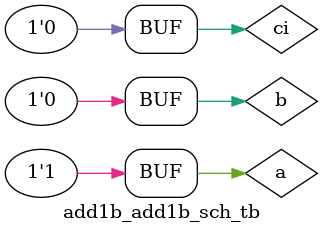
<source format=v>

`timescale 1ns / 1ps

module add1b_add1b_sch_tb();

// Inputs
   reg a;
   reg b;
   reg ci;

// Output
   wire r;
   wire co;

// Bidirs

// Instantiate the UUT
   add1b UUT (
		.a(a), 
		.b(b), 
		.ci(ci), 
		.r(r), 
		.co(co)
   );
// Initialize Inputs
   initial begin
	ci = 0;
	b = 0;
	a = 0;
// Wait 100ns for the simulator to finish initializing 
#100;
a = 1;
#1;
if ((r == 1) && (co == 0))
$display("okay 1");
else
$display("fail 1");
end
endmodule

</source>
